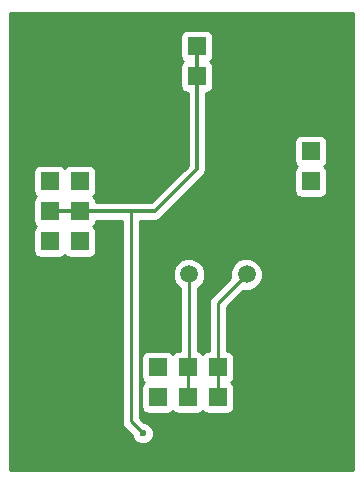
<source format=gbr>
%TF.GenerationSoftware,KiCad,Pcbnew,no-vcs-found-e5c4cfc~61~ubuntu16.04.1*%
%TF.CreationDate,2017-11-06T10:15:23+01:00*%
%TF.ProjectId,RTC03A,5254433033412E6B696361645F706362,REV*%
%TF.SameCoordinates,Original*%
%TF.FileFunction,Copper,L1,Top*%
%TF.FilePolarity,Positive*%
%FSLAX46Y46*%
G04 Gerber Fmt 4.6, Leading zero omitted, Abs format (unit mm)*
G04 Created by KiCad (PCBNEW no-vcs-found-e5c4cfc~61~ubuntu16.04.1) date Mon Nov  6 10:15:23 2017*
%MOMM*%
%LPD*%
G01*
G04 APERTURE LIST*
%ADD10C,1.501140*%
%ADD11C,6.000000*%
%ADD12R,1.524000X1.524000*%
%ADD13C,0.600000*%
%ADD14C,0.250000*%
%ADD15C,0.300000*%
%ADD16C,0.254000*%
%ADD17C,0.350000*%
G04 APERTURE END LIST*
D10*
X15847060Y17272000D03*
X20728940Y17272000D03*
D11*
X25654000Y35306000D03*
X5334000Y35306000D03*
X25654000Y4826000D03*
X5334000Y4826000D03*
D12*
X18288000Y9398000D03*
X18288000Y6858000D03*
X15748000Y9398000D03*
X15748000Y6858000D03*
X13208000Y6858000D03*
X13208000Y9398000D03*
X6604000Y17526000D03*
X4064000Y17526000D03*
X6604000Y20066000D03*
X4064000Y20066000D03*
X6604000Y22606000D03*
X4064000Y22606000D03*
X6604000Y25146000D03*
X4064000Y25146000D03*
X6604000Y27686000D03*
X4064000Y27686000D03*
X13970000Y34036000D03*
X13970000Y36576000D03*
X16510000Y34036000D03*
X16510000Y36576000D03*
X19050000Y34036000D03*
X19050000Y36576000D03*
X26162000Y27686000D03*
X26162000Y25146000D03*
X26162000Y22606000D03*
D13*
X11938000Y3810000D03*
D14*
X13970000Y34036000D02*
X13970000Y35048000D01*
X13970000Y35048000D02*
X13970000Y36576000D01*
X19050000Y34036000D02*
X19050000Y35048000D01*
X19050000Y35048000D02*
X19050000Y36576000D01*
X14033500Y33972500D02*
X13970000Y34036000D01*
X10922000Y22606000D02*
X10922000Y4826000D01*
X10922000Y4826000D02*
X11938000Y3810000D01*
D15*
X16510000Y34036000D02*
X16510000Y36576000D01*
X6604000Y22606000D02*
X4064000Y22606000D01*
X16510000Y26162000D02*
X12954000Y22606000D01*
X12954000Y22606000D02*
X10922000Y22606000D01*
X10922000Y22606000D02*
X6604000Y22606000D01*
X16510000Y34036000D02*
X16510000Y26162000D01*
D14*
X15748000Y6858000D02*
X15748000Y9398000D01*
X15847060Y17272000D02*
X15847060Y9497060D01*
X15847060Y9497060D02*
X15748000Y9398000D01*
X18288000Y9398000D02*
X18288000Y6858000D01*
X20728940Y17272000D02*
X18288000Y14831060D01*
X18288000Y14831060D02*
X18288000Y9398000D01*
X20828000Y17172940D02*
X20728940Y17272000D01*
D16*
G36*
X29770000Y710000D02*
X710000Y710000D01*
X710000Y25908000D01*
X2654560Y25908000D01*
X2654560Y24384000D01*
X2703843Y24136235D01*
X2844191Y23926191D01*
X2919307Y23876000D01*
X2844191Y23825809D01*
X2703843Y23615765D01*
X2654560Y23368000D01*
X2654560Y21844000D01*
X2703843Y21596235D01*
X2844191Y21386191D01*
X2919307Y21336000D01*
X2844191Y21285809D01*
X2703843Y21075765D01*
X2654560Y20828000D01*
X2654560Y19304000D01*
X2703843Y19056235D01*
X2844191Y18846191D01*
X3054235Y18705843D01*
X3302000Y18656560D01*
X4826000Y18656560D01*
X5073765Y18705843D01*
X5283809Y18846191D01*
X5334000Y18921307D01*
X5384191Y18846191D01*
X5594235Y18705843D01*
X5842000Y18656560D01*
X7366000Y18656560D01*
X7613765Y18705843D01*
X7823809Y18846191D01*
X7964157Y19056235D01*
X8013440Y19304000D01*
X8013440Y20828000D01*
X7964157Y21075765D01*
X7823809Y21285809D01*
X7748693Y21336000D01*
X7823809Y21386191D01*
X7964157Y21596235D01*
X8008865Y21821000D01*
X10162000Y21821000D01*
X10162000Y4826000D01*
X10219852Y4535161D01*
X10384599Y4288599D01*
X11002878Y3670320D01*
X11002838Y3624833D01*
X11144883Y3281057D01*
X11407673Y3017808D01*
X11751201Y2875162D01*
X12123167Y2874838D01*
X12466943Y3016883D01*
X12730192Y3279673D01*
X12872838Y3623201D01*
X12873162Y3995167D01*
X12731117Y4338943D01*
X12468327Y4602192D01*
X12124799Y4744838D01*
X12077923Y4744879D01*
X11682000Y5140802D01*
X11682000Y10160000D01*
X11798560Y10160000D01*
X11798560Y8636000D01*
X11847843Y8388235D01*
X11988191Y8178191D01*
X12063307Y8128000D01*
X11988191Y8077809D01*
X11847843Y7867765D01*
X11798560Y7620000D01*
X11798560Y6096000D01*
X11847843Y5848235D01*
X11988191Y5638191D01*
X12198235Y5497843D01*
X12446000Y5448560D01*
X13970000Y5448560D01*
X14217765Y5497843D01*
X14427809Y5638191D01*
X14478000Y5713307D01*
X14528191Y5638191D01*
X14738235Y5497843D01*
X14986000Y5448560D01*
X16510000Y5448560D01*
X16757765Y5497843D01*
X16967809Y5638191D01*
X17018000Y5713307D01*
X17068191Y5638191D01*
X17278235Y5497843D01*
X17526000Y5448560D01*
X19050000Y5448560D01*
X19297765Y5497843D01*
X19507809Y5638191D01*
X19648157Y5848235D01*
X19697440Y6096000D01*
X19697440Y7620000D01*
X19648157Y7867765D01*
X19507809Y8077809D01*
X19432693Y8128000D01*
X19507809Y8178191D01*
X19648157Y8388235D01*
X19697440Y8636000D01*
X19697440Y10160000D01*
X19648157Y10407765D01*
X19507809Y10617809D01*
X19297765Y10758157D01*
X19050000Y10807440D01*
X19048000Y10807440D01*
X19048000Y14516258D01*
X20428304Y15896562D01*
X20452124Y15886671D01*
X21003338Y15886190D01*
X21512777Y16096686D01*
X21902884Y16486113D01*
X22114269Y16995184D01*
X22114750Y17546398D01*
X21904254Y18055837D01*
X21514827Y18445944D01*
X21005756Y18657329D01*
X20454542Y18657810D01*
X19945103Y18447314D01*
X19554996Y18057887D01*
X19343611Y17548816D01*
X19343130Y16997602D01*
X19353834Y16971696D01*
X17750599Y15368461D01*
X17585852Y15121899D01*
X17528000Y14831060D01*
X17528000Y10807440D01*
X17526000Y10807440D01*
X17278235Y10758157D01*
X17068191Y10617809D01*
X17018000Y10542693D01*
X16967809Y10617809D01*
X16757765Y10758157D01*
X16607060Y10788134D01*
X16607060Y16086837D01*
X16630897Y16096686D01*
X17021004Y16486113D01*
X17232389Y16995184D01*
X17232870Y17546398D01*
X17022374Y18055837D01*
X16632947Y18445944D01*
X16123876Y18657329D01*
X15572662Y18657810D01*
X15063223Y18447314D01*
X14673116Y18057887D01*
X14461731Y17548816D01*
X14461250Y16997602D01*
X14671746Y16488163D01*
X15061173Y16098056D01*
X15087060Y16087307D01*
X15087060Y10807440D01*
X14986000Y10807440D01*
X14738235Y10758157D01*
X14528191Y10617809D01*
X14478000Y10542693D01*
X14427809Y10617809D01*
X14217765Y10758157D01*
X13970000Y10807440D01*
X12446000Y10807440D01*
X12198235Y10758157D01*
X11988191Y10617809D01*
X11847843Y10407765D01*
X11798560Y10160000D01*
X11682000Y10160000D01*
X11682000Y21821000D01*
X12954000Y21821000D01*
X13254407Y21880755D01*
X13509079Y22050921D01*
X17065079Y25606921D01*
X17235244Y25861593D01*
X17235245Y25861594D01*
X17295000Y26162000D01*
X17295000Y28448000D01*
X24752560Y28448000D01*
X24752560Y26924000D01*
X24801843Y26676235D01*
X24942191Y26466191D01*
X25017307Y26416000D01*
X24942191Y26365809D01*
X24801843Y26155765D01*
X24752560Y25908000D01*
X24752560Y24384000D01*
X24801843Y24136235D01*
X24942191Y23926191D01*
X25152235Y23785843D01*
X25400000Y23736560D01*
X26924000Y23736560D01*
X27171765Y23785843D01*
X27381809Y23926191D01*
X27522157Y24136235D01*
X27571440Y24384000D01*
X27571440Y25908000D01*
X27522157Y26155765D01*
X27381809Y26365809D01*
X27306693Y26416000D01*
X27381809Y26466191D01*
X27522157Y26676235D01*
X27571440Y26924000D01*
X27571440Y28448000D01*
X27522157Y28695765D01*
X27381809Y28905809D01*
X27171765Y29046157D01*
X26924000Y29095440D01*
X25400000Y29095440D01*
X25152235Y29046157D01*
X24942191Y28905809D01*
X24801843Y28695765D01*
X24752560Y28448000D01*
X17295000Y28448000D01*
X17295000Y32631135D01*
X17519765Y32675843D01*
X17729809Y32816191D01*
X17870157Y33026235D01*
X17919440Y33274000D01*
X17919440Y34798000D01*
X17870157Y35045765D01*
X17729809Y35255809D01*
X17654693Y35306000D01*
X17729809Y35356191D01*
X17870157Y35566235D01*
X17919440Y35814000D01*
X17919440Y37338000D01*
X17870157Y37585765D01*
X17729809Y37795809D01*
X17519765Y37936157D01*
X17272000Y37985440D01*
X15748000Y37985440D01*
X15500235Y37936157D01*
X15290191Y37795809D01*
X15149843Y37585765D01*
X15100560Y37338000D01*
X15100560Y35814000D01*
X15149843Y35566235D01*
X15290191Y35356191D01*
X15365307Y35306000D01*
X15290191Y35255809D01*
X15149843Y35045765D01*
X15100560Y34798000D01*
X15100560Y33274000D01*
X15149843Y33026235D01*
X15290191Y32816191D01*
X15500235Y32675843D01*
X15725000Y32631135D01*
X15725000Y26487158D01*
X12628842Y23391000D01*
X8008865Y23391000D01*
X7964157Y23615765D01*
X7823809Y23825809D01*
X7748693Y23876000D01*
X7823809Y23926191D01*
X7964157Y24136235D01*
X8013440Y24384000D01*
X8013440Y25908000D01*
X7964157Y26155765D01*
X7823809Y26365809D01*
X7613765Y26506157D01*
X7366000Y26555440D01*
X5842000Y26555440D01*
X5594235Y26506157D01*
X5384191Y26365809D01*
X5334000Y26290693D01*
X5283809Y26365809D01*
X5073765Y26506157D01*
X4826000Y26555440D01*
X3302000Y26555440D01*
X3054235Y26506157D01*
X2844191Y26365809D01*
X2703843Y26155765D01*
X2654560Y25908000D01*
X710000Y25908000D01*
X710000Y39422000D01*
X29770000Y39422000D01*
X29770000Y710000D01*
X29770000Y710000D01*
G37*
X29770000Y710000D02*
X710000Y710000D01*
X710000Y25908000D01*
X2654560Y25908000D01*
X2654560Y24384000D01*
X2703843Y24136235D01*
X2844191Y23926191D01*
X2919307Y23876000D01*
X2844191Y23825809D01*
X2703843Y23615765D01*
X2654560Y23368000D01*
X2654560Y21844000D01*
X2703843Y21596235D01*
X2844191Y21386191D01*
X2919307Y21336000D01*
X2844191Y21285809D01*
X2703843Y21075765D01*
X2654560Y20828000D01*
X2654560Y19304000D01*
X2703843Y19056235D01*
X2844191Y18846191D01*
X3054235Y18705843D01*
X3302000Y18656560D01*
X4826000Y18656560D01*
X5073765Y18705843D01*
X5283809Y18846191D01*
X5334000Y18921307D01*
X5384191Y18846191D01*
X5594235Y18705843D01*
X5842000Y18656560D01*
X7366000Y18656560D01*
X7613765Y18705843D01*
X7823809Y18846191D01*
X7964157Y19056235D01*
X8013440Y19304000D01*
X8013440Y20828000D01*
X7964157Y21075765D01*
X7823809Y21285809D01*
X7748693Y21336000D01*
X7823809Y21386191D01*
X7964157Y21596235D01*
X8008865Y21821000D01*
X10162000Y21821000D01*
X10162000Y4826000D01*
X10219852Y4535161D01*
X10384599Y4288599D01*
X11002878Y3670320D01*
X11002838Y3624833D01*
X11144883Y3281057D01*
X11407673Y3017808D01*
X11751201Y2875162D01*
X12123167Y2874838D01*
X12466943Y3016883D01*
X12730192Y3279673D01*
X12872838Y3623201D01*
X12873162Y3995167D01*
X12731117Y4338943D01*
X12468327Y4602192D01*
X12124799Y4744838D01*
X12077923Y4744879D01*
X11682000Y5140802D01*
X11682000Y10160000D01*
X11798560Y10160000D01*
X11798560Y8636000D01*
X11847843Y8388235D01*
X11988191Y8178191D01*
X12063307Y8128000D01*
X11988191Y8077809D01*
X11847843Y7867765D01*
X11798560Y7620000D01*
X11798560Y6096000D01*
X11847843Y5848235D01*
X11988191Y5638191D01*
X12198235Y5497843D01*
X12446000Y5448560D01*
X13970000Y5448560D01*
X14217765Y5497843D01*
X14427809Y5638191D01*
X14478000Y5713307D01*
X14528191Y5638191D01*
X14738235Y5497843D01*
X14986000Y5448560D01*
X16510000Y5448560D01*
X16757765Y5497843D01*
X16967809Y5638191D01*
X17018000Y5713307D01*
X17068191Y5638191D01*
X17278235Y5497843D01*
X17526000Y5448560D01*
X19050000Y5448560D01*
X19297765Y5497843D01*
X19507809Y5638191D01*
X19648157Y5848235D01*
X19697440Y6096000D01*
X19697440Y7620000D01*
X19648157Y7867765D01*
X19507809Y8077809D01*
X19432693Y8128000D01*
X19507809Y8178191D01*
X19648157Y8388235D01*
X19697440Y8636000D01*
X19697440Y10160000D01*
X19648157Y10407765D01*
X19507809Y10617809D01*
X19297765Y10758157D01*
X19050000Y10807440D01*
X19048000Y10807440D01*
X19048000Y14516258D01*
X20428304Y15896562D01*
X20452124Y15886671D01*
X21003338Y15886190D01*
X21512777Y16096686D01*
X21902884Y16486113D01*
X22114269Y16995184D01*
X22114750Y17546398D01*
X21904254Y18055837D01*
X21514827Y18445944D01*
X21005756Y18657329D01*
X20454542Y18657810D01*
X19945103Y18447314D01*
X19554996Y18057887D01*
X19343611Y17548816D01*
X19343130Y16997602D01*
X19353834Y16971696D01*
X17750599Y15368461D01*
X17585852Y15121899D01*
X17528000Y14831060D01*
X17528000Y10807440D01*
X17526000Y10807440D01*
X17278235Y10758157D01*
X17068191Y10617809D01*
X17018000Y10542693D01*
X16967809Y10617809D01*
X16757765Y10758157D01*
X16607060Y10788134D01*
X16607060Y16086837D01*
X16630897Y16096686D01*
X17021004Y16486113D01*
X17232389Y16995184D01*
X17232870Y17546398D01*
X17022374Y18055837D01*
X16632947Y18445944D01*
X16123876Y18657329D01*
X15572662Y18657810D01*
X15063223Y18447314D01*
X14673116Y18057887D01*
X14461731Y17548816D01*
X14461250Y16997602D01*
X14671746Y16488163D01*
X15061173Y16098056D01*
X15087060Y16087307D01*
X15087060Y10807440D01*
X14986000Y10807440D01*
X14738235Y10758157D01*
X14528191Y10617809D01*
X14478000Y10542693D01*
X14427809Y10617809D01*
X14217765Y10758157D01*
X13970000Y10807440D01*
X12446000Y10807440D01*
X12198235Y10758157D01*
X11988191Y10617809D01*
X11847843Y10407765D01*
X11798560Y10160000D01*
X11682000Y10160000D01*
X11682000Y21821000D01*
X12954000Y21821000D01*
X13254407Y21880755D01*
X13509079Y22050921D01*
X17065079Y25606921D01*
X17235244Y25861593D01*
X17235245Y25861594D01*
X17295000Y26162000D01*
X17295000Y28448000D01*
X24752560Y28448000D01*
X24752560Y26924000D01*
X24801843Y26676235D01*
X24942191Y26466191D01*
X25017307Y26416000D01*
X24942191Y26365809D01*
X24801843Y26155765D01*
X24752560Y25908000D01*
X24752560Y24384000D01*
X24801843Y24136235D01*
X24942191Y23926191D01*
X25152235Y23785843D01*
X25400000Y23736560D01*
X26924000Y23736560D01*
X27171765Y23785843D01*
X27381809Y23926191D01*
X27522157Y24136235D01*
X27571440Y24384000D01*
X27571440Y25908000D01*
X27522157Y26155765D01*
X27381809Y26365809D01*
X27306693Y26416000D01*
X27381809Y26466191D01*
X27522157Y26676235D01*
X27571440Y26924000D01*
X27571440Y28448000D01*
X27522157Y28695765D01*
X27381809Y28905809D01*
X27171765Y29046157D01*
X26924000Y29095440D01*
X25400000Y29095440D01*
X25152235Y29046157D01*
X24942191Y28905809D01*
X24801843Y28695765D01*
X24752560Y28448000D01*
X17295000Y28448000D01*
X17295000Y32631135D01*
X17519765Y32675843D01*
X17729809Y32816191D01*
X17870157Y33026235D01*
X17919440Y33274000D01*
X17919440Y34798000D01*
X17870157Y35045765D01*
X17729809Y35255809D01*
X17654693Y35306000D01*
X17729809Y35356191D01*
X17870157Y35566235D01*
X17919440Y35814000D01*
X17919440Y37338000D01*
X17870157Y37585765D01*
X17729809Y37795809D01*
X17519765Y37936157D01*
X17272000Y37985440D01*
X15748000Y37985440D01*
X15500235Y37936157D01*
X15290191Y37795809D01*
X15149843Y37585765D01*
X15100560Y37338000D01*
X15100560Y35814000D01*
X15149843Y35566235D01*
X15290191Y35356191D01*
X15365307Y35306000D01*
X15290191Y35255809D01*
X15149843Y35045765D01*
X15100560Y34798000D01*
X15100560Y33274000D01*
X15149843Y33026235D01*
X15290191Y32816191D01*
X15500235Y32675843D01*
X15725000Y32631135D01*
X15725000Y26487158D01*
X12628842Y23391000D01*
X8008865Y23391000D01*
X7964157Y23615765D01*
X7823809Y23825809D01*
X7748693Y23876000D01*
X7823809Y23926191D01*
X7964157Y24136235D01*
X8013440Y24384000D01*
X8013440Y25908000D01*
X7964157Y26155765D01*
X7823809Y26365809D01*
X7613765Y26506157D01*
X7366000Y26555440D01*
X5842000Y26555440D01*
X5594235Y26506157D01*
X5384191Y26365809D01*
X5334000Y26290693D01*
X5283809Y26365809D01*
X5073765Y26506157D01*
X4826000Y26555440D01*
X3302000Y26555440D01*
X3054235Y26506157D01*
X2844191Y26365809D01*
X2703843Y26155765D01*
X2654560Y25908000D01*
X710000Y25908000D01*
X710000Y39422000D01*
X29770000Y39422000D01*
X29770000Y710000D01*
D17*
X11938000Y3810000D03*
X15847060Y17272000D03*
X20728940Y17272000D03*
X25654000Y35306000D03*
X5334000Y35306000D03*
X25654000Y4826000D03*
X5334000Y4826000D03*
X18288000Y9398000D03*
X18288000Y6858000D03*
X15748000Y9398000D03*
X15748000Y6858000D03*
X13208000Y6858000D03*
X13208000Y9398000D03*
X6604000Y17526000D03*
X4064000Y17526000D03*
X6604000Y20066000D03*
X4064000Y20066000D03*
X6604000Y22606000D03*
X4064000Y22606000D03*
X6604000Y25146000D03*
X4064000Y25146000D03*
X6604000Y27686000D03*
X4064000Y27686000D03*
X13970000Y34036000D03*
X13970000Y36576000D03*
X16510000Y34036000D03*
X16510000Y36576000D03*
X19050000Y34036000D03*
X19050000Y36576000D03*
X26162000Y27686000D03*
X26162000Y25146000D03*
X26162000Y22606000D03*
M02*

</source>
